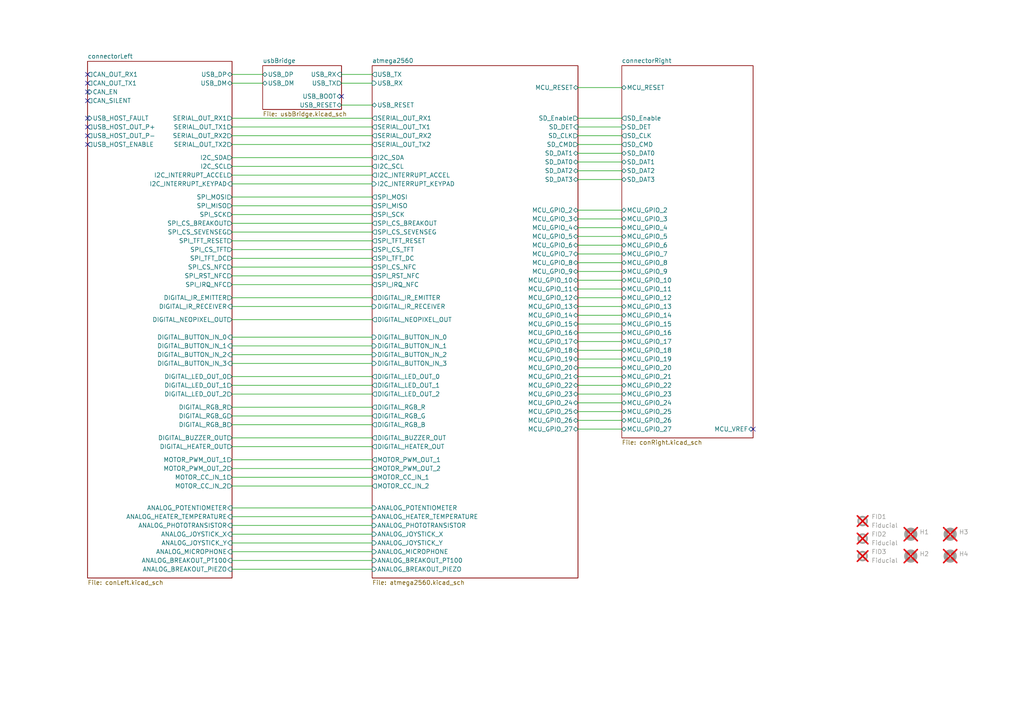
<source format=kicad_sch>
(kicad_sch (version 20231120) (generator "eeschema") (generator_version "8.0")
  (paper "A4")
  (lib_symbols
    (symbol "Mechanical:Fiducial"
      (property "Reference" "FID" (at 0 5.08 0))
      (property "Value" "Fiducial" (at 0 3.175 0))
      (symbol "Fiducial_0_1"
        (circle (center 0 0) (radius 1.27) (stroke (width 0.508)) (fill (type background)))
      )
    )
    (symbol "Mechanical:MountingHole" (pin_names (offset 1.016))
      (property "Reference" "H" (at 0 5.08 0))
      (property "Value" "MountingHole" (at 0 3.175 0))
      (symbol "MountingHole_0_1"
        (circle (center 0 0) (radius 1.27) (stroke (width 1.27)))
      )
    )
  )
  (no_connect (at 25.4 21.59))
  (no_connect (at 99.06 27.94))
  (no_connect (at 25.4 41.91))
  (no_connect (at 218.44 124.46))
  (no_connect (at 25.4 34.29))
  (no_connect (at 25.4 29.21))
  (no_connect (at 25.4 26.67))
  (no_connect (at 25.4 36.83))
  (no_connect (at 25.4 39.37))
  (no_connect (at 25.4 24.13))
  (wire (pts (xy 67.31 152.4) (xy 107.95 152.4)))
  (wire (pts (xy 167.64 34.29) (xy 180.34 34.29)))
  (wire (pts (xy 167.64 66.04) (xy 180.34 66.04)))
  (wire (pts (xy 99.06 21.59) (xy 107.95 21.59)))
  (wire (pts (xy 67.31 86.36) (xy 107.95 86.36)))
  (wire (pts (xy 67.31 48.26) (xy 107.95 48.26)))
  (wire (pts (xy 67.31 24.13) (xy 76.2 24.13)))
  (wire (pts (xy 67.31 97.79) (xy 107.95 97.79)))
  (wire (pts (xy 67.31 100.33) (xy 107.95 100.33)))
  (wire (pts (xy 167.64 39.37) (xy 180.34 39.37)))
  (wire (pts (xy 67.31 127) (xy 107.95 127)))
  (wire (pts (xy 167.64 63.5) (xy 180.34 63.5)))
  (wire (pts (xy 167.64 93.98) (xy 180.34 93.98)))
  (wire (pts (xy 167.64 52.07) (xy 180.34 52.07)))
  (wire (pts (xy 67.31 123.19) (xy 107.95 123.19)))
  (wire (pts (xy 67.31 62.23) (xy 107.95 62.23)))
  (wire (pts (xy 167.64 71.12) (xy 180.34 71.12)))
  (wire (pts (xy 67.31 80.01) (xy 107.95 80.01)))
  (wire (pts (xy 167.64 104.14) (xy 180.34 104.14)))
  (wire (pts (xy 67.31 111.76) (xy 107.95 111.76)))
  (wire (pts (xy 67.31 39.37) (xy 107.95 39.37)))
  (wire (pts (xy 67.31 77.47) (xy 107.95 77.47)))
  (wire (pts (xy 67.31 102.87) (xy 107.95 102.87)))
  (wire (pts (xy 67.31 157.48) (xy 107.95 157.48)))
  (wire (pts (xy 167.64 124.46) (xy 180.34 124.46)))
  (wire (pts (xy 167.64 116.84) (xy 180.34 116.84)))
  (wire (pts (xy 167.64 96.52) (xy 180.34 96.52)))
  (wire (pts (xy 167.64 101.6) (xy 180.34 101.6)))
  (wire (pts (xy 67.31 45.72) (xy 107.95 45.72)))
  (wire (pts (xy 67.31 149.86) (xy 107.95 149.86)))
  (wire (pts (xy 167.64 78.74) (xy 180.34 78.74)))
  (wire (pts (xy 167.64 68.58) (xy 180.34 68.58)))
  (wire (pts (xy 67.31 162.56) (xy 107.95 162.56)))
  (wire (pts (xy 67.31 118.11) (xy 107.95 118.11)))
  (wire (pts (xy 67.31 82.55) (xy 107.95 82.55)))
  (wire (pts (xy 67.31 129.54) (xy 107.95 129.54)))
  (wire (pts (xy 67.31 50.8) (xy 107.95 50.8)))
  (wire (pts (xy 67.31 140.97) (xy 107.95 140.97)))
  (wire (pts (xy 167.64 49.53) (xy 180.34 49.53)))
  (wire (pts (xy 167.64 83.82) (xy 180.34 83.82)))
  (wire (pts (xy 67.31 135.89) (xy 107.95 135.89)))
  (wire (pts (xy 167.64 76.2) (xy 180.34 76.2)))
  (wire (pts (xy 67.31 72.39) (xy 107.95 72.39)))
  (wire (pts (xy 167.64 111.76) (xy 180.34 111.76)))
  (wire (pts (xy 67.31 165.1) (xy 107.95 165.1)))
  (wire (pts (xy 167.64 119.38) (xy 180.34 119.38)))
  (wire (pts (xy 67.31 36.83) (xy 107.95 36.83)))
  (wire (pts (xy 167.64 36.83) (xy 180.34 36.83)))
  (wire (pts (xy 167.64 86.36) (xy 180.34 86.36)))
  (wire (pts (xy 67.31 41.91) (xy 107.95 41.91)))
  (wire (pts (xy 67.31 120.65) (xy 107.95 120.65)))
  (wire (pts (xy 67.31 53.34) (xy 107.95 53.34)))
  (wire (pts (xy 167.64 46.99) (xy 180.34 46.99)))
  (wire (pts (xy 167.64 81.28) (xy 180.34 81.28)))
  (wire (pts (xy 67.31 114.3) (xy 107.95 114.3)))
  (wire (pts (xy 67.31 133.35) (xy 107.95 133.35)))
  (wire (pts (xy 67.31 67.31) (xy 107.95 67.31)))
  (wire (pts (xy 167.64 91.44) (xy 180.34 91.44)))
  (wire (pts (xy 67.31 147.32) (xy 107.95 147.32)))
  (wire (pts (xy 167.64 60.96) (xy 180.34 60.96)))
  (wire (pts (xy 167.64 88.9) (xy 180.34 88.9)))
  (wire (pts (xy 167.64 121.92) (xy 180.34 121.92)))
  (wire (pts (xy 99.06 30.48) (xy 107.95 30.48)))
  (wire (pts (xy 167.64 109.22) (xy 180.34 109.22)))
  (wire (pts (xy 67.31 64.77) (xy 107.95 64.77)))
  (wire (pts (xy 167.64 44.45) (xy 180.34 44.45)))
  (wire (pts (xy 167.64 73.66) (xy 180.34 73.66)))
  (wire (pts (xy 167.64 106.68) (xy 180.34 106.68)))
  (wire (pts (xy 67.31 138.43) (xy 107.95 138.43)))
  (wire (pts (xy 167.64 25.4) (xy 180.34 25.4)))
  (wire (pts (xy 67.31 105.41) (xy 107.95 105.41)))
  (wire (pts (xy 67.31 92.71) (xy 107.95 92.71)))
  (wire (pts (xy 67.31 69.85) (xy 107.95 69.85)))
  (wire (pts (xy 167.64 41.91) (xy 180.34 41.91)))
  (wire (pts (xy 67.31 57.15) (xy 107.95 57.15)))
  (wire (pts (xy 67.31 160.02) (xy 107.95 160.02)))
  (wire (pts (xy 99.06 24.13) (xy 107.95 24.13)))
  (wire (pts (xy 67.31 74.93) (xy 107.95 74.93)))
  (wire (pts (xy 67.31 88.9) (xy 107.95 88.9)))
  (wire (pts (xy 67.31 59.69) (xy 107.95 59.69)))
  (wire (pts (xy 67.31 34.29) (xy 107.95 34.29)))
  (wire (pts (xy 67.31 21.59) (xy 76.2 21.59)))
  (wire (pts (xy 67.31 154.94) (xy 107.95 154.94)))
  (wire (pts (xy 167.64 99.06) (xy 180.34 99.06)))
  (wire (pts (xy 167.64 114.3) (xy 180.34 114.3)))
  (wire (pts (xy 67.31 109.22) (xy 107.95 109.22)))
  (symbol (lib_id "Mechanical:MountingHole") (at 264.16 161.29 0) (unit 1) (dnp yes)
    (property "Reference" "H2" (at 266.7 160.655 0) (effects (justify left)))
    (property "Value" "MountingHole" (effects (hide yes)))
    (property "Footprint" "MountingHole:MountingHole_3.2mm_M3_ISO7380_Pad_TopBottom" (effects (hide yes)))
  )
  (symbol (lib_id "Mechanical:MountingHole") (at 275.59 161.29 0) (unit 1) (dnp yes)
    (property "Reference" "H4" (at 278.13 160.655 0) (effects (justify left)))
    (property "Value" "MountingHole" (effects (hide yes)))
    (property "Footprint" "MountingHole:MountingHole_3.2mm_M3_ISO7380_Pad_TopBottom" (effects (hide yes)))
  )
  (symbol (lib_id "Mechanical:Fiducial") (at 250.19 161.29 0) (unit 1) (dnp yes)
    (property "Reference" "FID3" (at 252.73 160.0199 0) (effects (justify left)))
    (property "Value" "Fiducial" (at 252.73 162.5599 0) (effects (justify left)))
    (property "Footprint" "Fiducial:Fiducial_1mm_Mask3mm" (effects (hide yes)))
    (property "Description" "Fiducial Marker" (effects (hide yes)))
  )
  (symbol (lib_id "Mechanical:Fiducial") (at 250.19 151.13 0) (unit 1) (dnp yes)
    (property "Reference" "FID1" (at 252.73 149.8599 0) (effects (justify left)))
    (property "Value" "Fiducial" (at 252.73 152.3999 0) (effects (justify left)))
    (property "Footprint" "Fiducial:Fiducial_1mm_Mask3mm" (effects (hide yes)))
    (property "Description" "Fiducial Marker" (effects (hide yes)))
  )
  (symbol (lib_id "Mechanical:MountingHole") (at 275.59 154.94 0) (unit 1) (dnp yes)
    (property "Reference" "H3" (at 278.13 154.305 0) (effects (justify left)))
    (property "Value" "MountingHole" (effects (hide yes)))
    (property "Footprint" "MountingHole:MountingHole_3.2mm_M3_ISO7380_Pad_TopBottom" (effects (hide yes)))
  )
  (symbol (lib_id "Mechanical:MountingHole") (at 264.16 154.94 0) (unit 1) (dnp yes)
    (property "Reference" "H1" (at 266.7 154.305 0) (effects (justify left)))
    (property "Value" "MountingHole" (effects (hide yes)))
    (property "Footprint" "MountingHole:MountingHole_3.2mm_M3_ISO7380_Pad_TopBottom" (effects (hide yes)))
  )
  (symbol (lib_id "Mechanical:Fiducial") (at 250.19 156.21 0) (unit 1) (dnp yes)
    (property "Reference" "FID2" (at 252.73 154.9399 0) (effects (justify left)))
    (property "Value" "Fiducial" (at 252.73 157.4799 0) (effects (justify left)))
    (property "Footprint" "Fiducial:Fiducial_1mm_Mask3mm" (effects (hide yes)))
    (property "Description" "Fiducial Marker" (effects (hide yes)))
  )
  (sheet (at 107.95 19.05) (size 59.69 148.59) (stroke (width 0.1524))
    (property "Sheetname" "atmega2560" (at 107.95 18.3384 0) (effects (justify left bottom)))
    (property "Sheetfile" "atmega2560.kicad_sch" (at 107.95 168.2246 0) (effects (justify left top)))
    (pin "SD_CMD" output (at 167.64 41.91 0))
    (pin "SD_Enable" output (at 167.64 34.29 0))
    (pin "SD_DET" input (at 167.64 36.83 0))
    (pin "SD_DAT1" bidirectional (at 167.64 44.45 0))
    (pin "SD_CLK" output (at 167.64 39.37 0))
    (pin "SD_DAT0" bidirectional (at 167.64 46.99 0))
    (pin "SD_DAT2" bidirectional (at 167.64 49.53 0))
    (pin "SD_DAT3" bidirectional (at 167.64 52.07 0))
    (pin "MCU_RESET" bidirectional (at 167.64 25.4 0))
    (pin "MCU_GPIO_22" bidirectional (at 167.64 111.76 0))
    (pin "MCU_GPIO_23" bidirectional (at 167.64 114.3 0))
    (pin "MCU_GPIO_21" bidirectional (at 167.64 109.22 0))
    (pin "MCU_GPIO_20" bidirectional (at 167.64 106.68 0))
    (pin "MCU_GPIO_25" bidirectional (at 167.64 119.38 0))
    (pin "MCU_GPIO_24" bidirectional (at 167.64 116.84 0))
    (pin "MCU_GPIO_26" bidirectional (at 167.64 121.92 0))
    (pin "MCU_GPIO_27" bidirectional (at 167.64 124.46 0))
    (pin "MCU_GPIO_4" bidirectional (at 167.64 66.04 0))
    (pin "MCU_GPIO_2" bidirectional (at 167.64 60.96 0))
    (pin "MCU_GPIO_3" bidirectional (at 167.64 63.5 0))
    (pin "DIGITAL_LED_OUT_0" output (at 107.95 109.22 180))
    (pin "MOTOR_PWM_OUT_1" output (at 107.95 133.35 180))
    (pin "DIGITAL_LED_OUT_1" output (at 107.95 111.76 180))
    (pin "MOTOR_PWM_OUT_2" output (at 107.95 135.89 180))
    (pin "SERIAL_OUT_RX1" output (at 107.95 34.29 180))
    (pin "SERIAL_OUT_TX1" output (at 107.95 36.83 180))
    (pin "MCU_GPIO_19" bidirectional (at 167.64 104.14 0))
    (pin "MCU_GPIO_18" bidirectional (at 167.64 101.6 0))
    (pin "DIGITAL_LED_OUT_2" output (at 107.95 114.3 180))
    (pin "MOTOR_CC_IN_1" output (at 107.95 138.43 180))
    (pin "MOTOR_CC_IN_2" output (at 107.95 140.97 180))
    (pin "I2C_SDA" output (at 107.95 45.72 180))
    (pin "USB_TX" output (at 107.95 21.59 180))
    (pin "USB_RX" input (at 107.95 24.13 180))
    (pin "I2C_SCL" output (at 107.95 48.26 180))
    (pin "SPI_TFT_RESET" output (at 107.95 69.85 180))
    (pin "SPI_CS_TFT" output (at 107.95 72.39 180))
    (pin "SPI_CS_NFC" output (at 107.95 77.47 180))
    (pin "SPI_TFT_DC" output (at 107.95 74.93 180))
    (pin "SPI_CS_SEVENSEG" output (at 107.95 67.31 180))
    (pin "SPI_RST_NFC" output (at 107.95 80.01 180))
    (pin "ANALOG_POTENTIOMETER" input (at 107.95 147.32 180))
    (pin "ANALOG_HEATER_TEMPERATURE" input (at 107.95 149.86 180))
    (pin "ANALOG_BREAKOUT_PT100" input (at 107.95 162.56 180))
    (pin "ANALOG_JOYSTICK_X" input (at 107.95 154.94 180))
    (pin "ANALOG_PHOTOTRANSISTOR" input (at 107.95 152.4 180))
    (pin "DIGITAL_IR_EMITTER" output (at 107.95 86.36 180))
    (pin "SPI_IRQ_NFC" output (at 107.95 82.55 180))
    (pin "DIGITAL_BUZZER_OUT" output (at 107.95 127 180))
    (pin "DIGITAL_HEATER_OUT" output (at 107.95 129.54 180))
    (pin "DIGITAL_IR_RECEIVER" input (at 107.95 88.9 180))
    (pin "I2C_INTERRUPT_ACCEL" output (at 107.95 50.8 180))
    (pin "I2C_INTERRUPT_KEYPAD" input (at 107.95 53.34 180))
    (pin "DIGITAL_BUTTON_IN_0" input (at 107.95 97.79 180))
    (pin "DIGITAL_BUTTON_IN_3" input (at 107.95 105.41 180))
    (pin "DIGITAL_BUTTON_IN_2" input (at 107.95 102.87 180))
    (pin "DIGITAL_BUTTON_IN_1" input (at 107.95 100.33 180))
    (pin "ANALOG_BREAKOUT_PIEZO" input (at 107.95 165.1 180))
    (pin "ANALOG_MICROPHONE" input (at 107.95 160.02 180))
    (pin "ANALOG_JOYSTICK_Y" input (at 107.95 157.48 180))
    (pin "SPI_MISO" output (at 107.95 59.69 180))
    (pin "DIGITAL_RGB_G" output (at 107.95 120.65 180))
    (pin "DIGITAL_RGB_B" output (at 107.95 123.19 180))
    (pin "DIGITAL_RGB_R" output (at 107.95 118.11 180))
    (pin "DIGITAL_NEOPIXEL_OUT" output (at 107.95 92.71 180))
    (pin "SPI_CS_BREAKOUT" output (at 107.95 64.77 180))
    (pin "SPI_SCK" output (at 107.95 62.23 180))
    (pin "SPI_MOSI" output (at 107.95 57.15 180))
    (pin "MCU_GPIO_11" bidirectional (at 167.64 83.82 0))
    (pin "MCU_GPIO_14" bidirectional (at 167.64 91.44 0))
    (pin "MCU_GPIO_12" bidirectional (at 167.64 86.36 0))
    (pin "MCU_GPIO_10" bidirectional (at 167.64 81.28 0))
    (pin "MCU_GPIO_13" bidirectional (at 167.64 88.9 0))
    (pin "MCU_GPIO_15" bidirectional (at 167.64 93.98 0))
    (pin "MCU_GPIO_16" bidirectional (at 167.64 96.52 0))
    (pin "MCU_GPIO_17" bidirectional (at 167.64 99.06 0))
    (pin "MCU_GPIO_9" bidirectional (at 167.64 78.74 0))
    (pin "MCU_GPIO_8" bidirectional (at 167.64 76.2 0))
    (pin "MCU_GPIO_7" bidirectional (at 167.64 73.66 0))
    (pin "MCU_GPIO_6" bidirectional (at 167.64 71.12 0))
    (pin "MCU_GPIO_5" bidirectional (at 167.64 68.58 0))
    (pin "SERIAL_OUT_RX2" output (at 107.95 39.37 180))
    (pin "SERIAL_OUT_TX2" output (at 107.95 41.91 180))
    (pin "USB_RESET" bidirectional (at 107.95 30.48 180))
  )
  (sheet (at 25.4 17.78) (size 41.91 149.86) (stroke (width 0.1524))
    (property "Sheetname" "connectorLeft" (at 25.4 17.0684 0) (effects (justify left bottom)))
    (property "Sheetfile" "conLeft.kicad_sch" (at 25.4 168.2246 0) (effects (justify left top)))
    (pin "ANALOG_POTENTIOMETER" input (at 67.31 147.32 0))
    (pin "ANALOG_BREAKOUT_PIEZO" input (at 67.31 165.1 0))
    (pin "ANALOG_BREAKOUT_PT100" input (at 67.31 162.56 0))
    (pin "ANALOG_HEATER_TEMPERATURE" input (at 67.31 149.86 0))
    (pin "ANALOG_JOYSTICK_Y" input (at 67.31 157.48 0))
    (pin "ANALOG_JOYSTICK_X" input (at 67.31 154.94 0))
    (pin "ANALOG_MICROPHONE" input (at 67.31 160.02 0))
    (pin "SPI_SCK" output (at 67.31 62.23 0))
    (pin "SPI_TFT_DC" output (at 67.31 74.93 0))
    (pin "SPI_CS_TFT" output (at 67.31 72.39 0))
    (pin "SPI_IRQ_NFC" output (at 67.31 82.55 0))
    (pin "SPI_CS_SEVENSEG" output (at 67.31 67.31 0))
    (pin "SPI_TFT_RESET" output (at 67.31 69.85 0))
    (pin "SPI_CS_BREAKOUT" output (at 67.31 64.77 0))
    (pin "SPI_CS_NFC" output (at 67.31 77.47 0))
    (pin "DIGITAL_LED_OUT_2" output (at 67.31 114.3 0))
    (pin "DIGITAL_BUZZER_OUT" output (at 67.31 127 0))
    (pin "MOTOR_CC_IN_2" output (at 67.31 140.97 0))
    (pin "DIGITAL_HEATER_OUT" output (at 67.31 129.54 0))
    (pin "MOTOR_PWM_OUT_2" output (at 67.31 135.89 0))
    (pin "SPI_RST_NFC" output (at 67.31 80.01 0))
    (pin "ANALOG_PHOTOTRANSISTOR" input (at 67.31 152.4 0))
    (pin "DIGITAL_LED_OUT_1" output (at 67.31 111.76 0))
    (pin "MOTOR_CC_IN_1" output (at 67.31 138.43 0))
    (pin "MOTOR_PWM_OUT_1" output (at 67.31 133.35 0))
    (pin "DIGITAL_LED_OUT_0" output (at 67.31 109.22 0))
    (pin "I2C_SDA" output (at 67.31 45.72 0))
    (pin "I2C_SCL" output (at 67.31 48.26 0))
    (pin "USB_DP" bidirectional (at 67.31 21.59 0))
    (pin "USB_HOST_FAULT" input (at 25.4 34.29 180))
    (pin "SERIAL_OUT_RX1" output (at 67.31 34.29 0))
    (pin "SERIAL_OUT_TX1" output (at 67.31 36.83 0))
    (pin "CAN_OUT_TX1" output (at 25.4 24.13 180))
    (pin "USB_DM" bidirectional (at 67.31 24.13 0))
    (pin "CAN_OUT_RX1" output (at 25.4 21.59 180))
    (pin "DIGITAL_RGB_R" output (at 67.31 118.11 0))
    (pin "DIGITAL_IR_EMITTER" output (at 67.31 86.36 0))
    (pin "DIGITAL_IR_RECEIVER" input (at 67.31 88.9 0))
    (pin "DIGITAL_NEOPIXEL_OUT" output (at 67.31 92.71 0))
    (pin "I2C_INTERRUPT_KEYPAD" input (at 67.31 53.34 0))
    (pin "I2C_INTERRUPT_ACCEL" output (at 67.31 50.8 0))
    (pin "DIGITAL_RGB_G" output (at 67.31 120.65 0))
    (pin "DIGITAL_BUTTON_IN_1" input (at 67.31 100.33 0))
    (pin "DIGITAL_BUTTON_IN_0" input (at 67.31 97.79 0))
    (pin "DIGITAL_BUTTON_IN_2" input (at 67.31 102.87 0))
    (pin "DIGITAL_BUTTON_IN_3" input (at 67.31 105.41 0))
    (pin "DIGITAL_RGB_B" output (at 67.31 123.19 0))
    (pin "SPI_MISO" output (at 67.31 59.69 0))
    (pin "CAN_EN" input (at 25.4 26.67 180))
    (pin "CAN_SILENT" output (at 25.4 29.21 180))
    (pin "SPI_MOSI" output (at 67.31 57.15 0))
    (pin "USB_HOST_OUT_P+" output (at 25.4 36.83 180))
    (pin "USB_HOST_OUT_P-" output (at 25.4 39.37 180))
    (pin "SERIAL_OUT_TX2" output (at 67.31 41.91 0))
    (pin "SERIAL_OUT_RX2" output (at 67.31 39.37 0))
    (pin "USB_HOST_ENABLE" output (at 25.4 41.91 180))
  )
  (sheet (at 76.2 19.05) (size 22.86 12.7) (stroke (width 0.1524))
    (property "Sheetname" "usbBridge" (at 76.2 18.3384 0) (effects (justify left bottom)))
    (property "Sheetfile" "usbBridge.kicad_sch" (at 76.2 32.3346 0) (effects (justify left top)))
    (pin "USB_RX" input (at 99.06 21.59 0))
    (pin "USB_TX" output (at 99.06 24.13 0))
    (pin "USB_DM" bidirectional (at 76.2 24.13 180))
    (pin "USB_DP" bidirectional (at 76.2 21.59 180))
    (pin "USB_BOOT" bidirectional (at 99.06 27.94 0))
    (pin "USB_RESET" bidirectional (at 99.06 30.48 0))
  )
  (sheet (at 180.34 19.05) (size 38.1 107.95) (stroke (width 0.1524))
    (property "Sheetname" "connectorRight" (at 180.34 18.3384 0) (effects (justify left bottom)))
    (property "Sheetfile" "conRight.kicad_sch" (at 180.34 127.5846 0) (effects (justify left top)))
    (pin "MCU_GPIO_8" bidirectional (at 180.34 76.2 180))
    (pin "MCU_GPIO_16" bidirectional (at 180.34 96.52 180))
    (pin "MCU_GPIO_21" bidirectional (at 180.34 109.22 180))
    (pin "MCU_GPIO_7" bidirectional (at 180.34 73.66 180))
    (pin "MCU_GPIO_20" bidirectional (at 180.34 106.68 180))
    (pin "MCU_GPIO_12" bidirectional (at 180.34 86.36 180))
    (pin "MCU_GPIO_25" bidirectional (at 180.34 119.38 180))
    (pin "MCU_GPIO_23" bidirectional (at 180.34 114.3 180))
    (pin "MCU_GPIO_24" bidirectional (at 180.34 116.84 180))
    (pin "MCU_GPIO_18" bidirectional (at 180.34 101.6 180))
    (pin "MCU_GPIO_15" bidirectional (at 180.34 93.98 180))
    (pin "MCU_GPIO_14" bidirectional (at 180.34 91.44 180))
    (pin "SD_DAT3" bidirectional (at 180.34 52.07 180))
    (pin "SD_CLK" output (at 180.34 39.37 180))
    (pin "SD_DAT0" bidirectional (at 180.34 44.45 180))
    (pin "MCU_VREF" bidirectional (at 218.44 124.46 0))
    (pin "SD_DAT2" bidirectional (at 180.34 49.53 180))
    (pin "SD_DAT1" bidirectional (at 180.34 46.99 180))
    (pin "SD_Enable" output (at 180.34 34.29 180))
    (pin "MCU_RESET" bidirectional (at 180.34 25.4 180))
    (pin "SD_DET" input (at 180.34 36.83 180))
    (pin "MCU_GPIO_4" bidirectional (at 180.34 66.04 180))
    (pin "MCU_GPIO_3" bidirectional (at 180.34 63.5 180))
    (pin "MCU_GPIO_2" bidirectional (at 180.34 60.96 180))
    (pin "SD_CMD" output (at 180.34 41.91 180))
    (pin "MCU_GPIO_22" bidirectional (at 180.34 111.76 180))
    (pin "MCU_GPIO_11" bidirectional (at 180.34 83.82 180))
    (pin "MCU_GPIO_9" bidirectional (at 180.34 78.74 180))
    (pin "MCU_GPIO_27" bidirectional (at 180.34 124.46 180))
    (pin "MCU_GPIO_17" bidirectional (at 180.34 99.06 180))
    (pin "MCU_GPIO_10" bidirectional (at 180.34 81.28 180))
    (pin "MCU_GPIO_13" bidirectional (at 180.34 88.9 180))
    (pin "MCU_GPIO_19" bidirectional (at 180.34 104.14 180))
    (pin "MCU_GPIO_5" bidirectional (at 180.34 68.58 180))
    (pin "MCU_GPIO_26" bidirectional (at 180.34 121.92 180))
    (pin "MCU_GPIO_6" bidirectional (at 180.34 71.12 180))
  )
)
</source>
